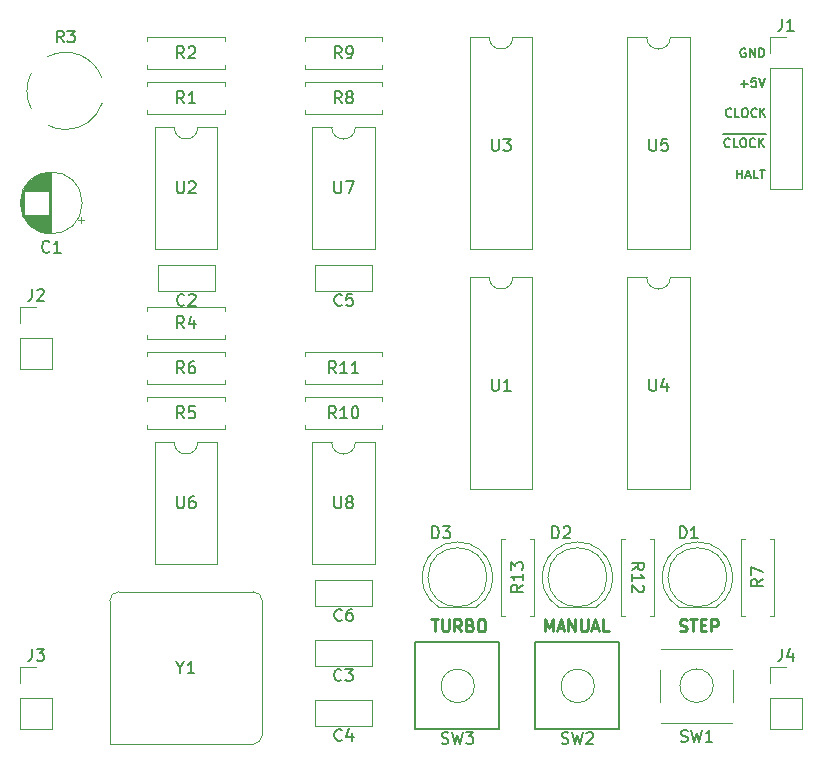
<source format=gto>
G04 #@! TF.GenerationSoftware,KiCad,Pcbnew,5.0.2+dfsg1-1*
G04 #@! TF.CreationDate,2019-08-08T16:48:36+02:00*
G04 #@! TF.ProjectId,Clock,436c6f63-6b2e-46b6-9963-61645f706362,rev?*
G04 #@! TF.SameCoordinates,Original*
G04 #@! TF.FileFunction,Legend,Top*
G04 #@! TF.FilePolarity,Positive*
%FSLAX46Y46*%
G04 Gerber Fmt 4.6, Leading zero omitted, Abs format (unit mm)*
G04 Created by KiCad (PCBNEW 5.0.2+dfsg1-1) date do 08 aug 2019 16:48:36 CEST*
%MOMM*%
%LPD*%
G01*
G04 APERTURE LIST*
%ADD10C,0.250000*%
%ADD11C,0.150000*%
%ADD12C,0.120000*%
G04 APERTURE END LIST*
D10*
X92614952Y-73048761D02*
X92757809Y-73096380D01*
X92995904Y-73096380D01*
X93091142Y-73048761D01*
X93138761Y-73001142D01*
X93186380Y-72905904D01*
X93186380Y-72810666D01*
X93138761Y-72715428D01*
X93091142Y-72667809D01*
X92995904Y-72620190D01*
X92805428Y-72572571D01*
X92710190Y-72524952D01*
X92662571Y-72477333D01*
X92614952Y-72382095D01*
X92614952Y-72286857D01*
X92662571Y-72191619D01*
X92710190Y-72144000D01*
X92805428Y-72096380D01*
X93043523Y-72096380D01*
X93186380Y-72144000D01*
X93472095Y-72096380D02*
X94043523Y-72096380D01*
X93757809Y-73096380D02*
X93757809Y-72096380D01*
X94376857Y-72572571D02*
X94710190Y-72572571D01*
X94853047Y-73096380D02*
X94376857Y-73096380D01*
X94376857Y-72096380D01*
X94853047Y-72096380D01*
X95281619Y-73096380D02*
X95281619Y-72096380D01*
X95662571Y-72096380D01*
X95757809Y-72144000D01*
X95805428Y-72191619D01*
X95853047Y-72286857D01*
X95853047Y-72429714D01*
X95805428Y-72524952D01*
X95757809Y-72572571D01*
X95662571Y-72620190D01*
X95281619Y-72620190D01*
X81177142Y-73096380D02*
X81177142Y-72096380D01*
X81510476Y-72810666D01*
X81843809Y-72096380D01*
X81843809Y-73096380D01*
X82272380Y-72810666D02*
X82748571Y-72810666D01*
X82177142Y-73096380D02*
X82510476Y-72096380D01*
X82843809Y-73096380D01*
X83177142Y-73096380D02*
X83177142Y-72096380D01*
X83748571Y-73096380D01*
X83748571Y-72096380D01*
X84224761Y-72096380D02*
X84224761Y-72905904D01*
X84272380Y-73001142D01*
X84320000Y-73048761D01*
X84415238Y-73096380D01*
X84605714Y-73096380D01*
X84700952Y-73048761D01*
X84748571Y-73001142D01*
X84796190Y-72905904D01*
X84796190Y-72096380D01*
X85224761Y-72810666D02*
X85700952Y-72810666D01*
X85129523Y-73096380D02*
X85462857Y-72096380D01*
X85796190Y-73096380D01*
X86605714Y-73096380D02*
X86129523Y-73096380D01*
X86129523Y-72096380D01*
X71580666Y-72096380D02*
X72152095Y-72096380D01*
X71866380Y-73096380D02*
X71866380Y-72096380D01*
X72485428Y-72096380D02*
X72485428Y-72905904D01*
X72533047Y-73001142D01*
X72580666Y-73048761D01*
X72675904Y-73096380D01*
X72866380Y-73096380D01*
X72961619Y-73048761D01*
X73009238Y-73001142D01*
X73056857Y-72905904D01*
X73056857Y-72096380D01*
X74104476Y-73096380D02*
X73771142Y-72620190D01*
X73533047Y-73096380D02*
X73533047Y-72096380D01*
X73914000Y-72096380D01*
X74009238Y-72144000D01*
X74056857Y-72191619D01*
X74104476Y-72286857D01*
X74104476Y-72429714D01*
X74056857Y-72524952D01*
X74009238Y-72572571D01*
X73914000Y-72620190D01*
X73533047Y-72620190D01*
X74866380Y-72572571D02*
X75009238Y-72620190D01*
X75056857Y-72667809D01*
X75104476Y-72763047D01*
X75104476Y-72905904D01*
X75056857Y-73001142D01*
X75009238Y-73048761D01*
X74914000Y-73096380D01*
X74533047Y-73096380D01*
X74533047Y-72096380D01*
X74866380Y-72096380D01*
X74961619Y-72144000D01*
X75009238Y-72191619D01*
X75056857Y-72286857D01*
X75056857Y-72382095D01*
X75009238Y-72477333D01*
X74961619Y-72524952D01*
X74866380Y-72572571D01*
X74533047Y-72572571D01*
X75723523Y-72096380D02*
X75914000Y-72096380D01*
X76009238Y-72144000D01*
X76104476Y-72239238D01*
X76152095Y-72429714D01*
X76152095Y-72763047D01*
X76104476Y-72953523D01*
X76009238Y-73048761D01*
X75914000Y-73096380D01*
X75723523Y-73096380D01*
X75628285Y-73048761D01*
X75533047Y-72953523D01*
X75485428Y-72763047D01*
X75485428Y-72429714D01*
X75533047Y-72239238D01*
X75628285Y-72144000D01*
X75723523Y-72096380D01*
D11*
X96236500Y-31015000D02*
X96986500Y-31015000D01*
X96843642Y-32017857D02*
X96807928Y-32053571D01*
X96700785Y-32089285D01*
X96629357Y-32089285D01*
X96522214Y-32053571D01*
X96450785Y-31982142D01*
X96415071Y-31910714D01*
X96379357Y-31767857D01*
X96379357Y-31660714D01*
X96415071Y-31517857D01*
X96450785Y-31446428D01*
X96522214Y-31375000D01*
X96629357Y-31339285D01*
X96700785Y-31339285D01*
X96807928Y-31375000D01*
X96843642Y-31410714D01*
X96986500Y-31015000D02*
X97593642Y-31015000D01*
X97522214Y-32089285D02*
X97165071Y-32089285D01*
X97165071Y-31339285D01*
X97593642Y-31015000D02*
X98379357Y-31015000D01*
X97915071Y-31339285D02*
X98057928Y-31339285D01*
X98129357Y-31375000D01*
X98200785Y-31446428D01*
X98236500Y-31589285D01*
X98236500Y-31839285D01*
X98200785Y-31982142D01*
X98129357Y-32053571D01*
X98057928Y-32089285D01*
X97915071Y-32089285D01*
X97843642Y-32053571D01*
X97772214Y-31982142D01*
X97736500Y-31839285D01*
X97736500Y-31589285D01*
X97772214Y-31446428D01*
X97843642Y-31375000D01*
X97915071Y-31339285D01*
X98379357Y-31015000D02*
X99129357Y-31015000D01*
X98986500Y-32017857D02*
X98950785Y-32053571D01*
X98843642Y-32089285D01*
X98772214Y-32089285D01*
X98665071Y-32053571D01*
X98593642Y-31982142D01*
X98557928Y-31910714D01*
X98522214Y-31767857D01*
X98522214Y-31660714D01*
X98557928Y-31517857D01*
X98593642Y-31446428D01*
X98665071Y-31375000D01*
X98772214Y-31339285D01*
X98843642Y-31339285D01*
X98950785Y-31375000D01*
X98986500Y-31410714D01*
X99129357Y-31015000D02*
X99879357Y-31015000D01*
X99307928Y-32089285D02*
X99307928Y-31339285D01*
X99736500Y-32089285D02*
X99415071Y-31660714D01*
X99736500Y-31339285D02*
X99307928Y-31767857D01*
X96970642Y-29477857D02*
X96934928Y-29513571D01*
X96827785Y-29549285D01*
X96756357Y-29549285D01*
X96649214Y-29513571D01*
X96577785Y-29442142D01*
X96542071Y-29370714D01*
X96506357Y-29227857D01*
X96506357Y-29120714D01*
X96542071Y-28977857D01*
X96577785Y-28906428D01*
X96649214Y-28835000D01*
X96756357Y-28799285D01*
X96827785Y-28799285D01*
X96934928Y-28835000D01*
X96970642Y-28870714D01*
X97649214Y-29549285D02*
X97292071Y-29549285D01*
X97292071Y-28799285D01*
X98042071Y-28799285D02*
X98184928Y-28799285D01*
X98256357Y-28835000D01*
X98327785Y-28906428D01*
X98363500Y-29049285D01*
X98363500Y-29299285D01*
X98327785Y-29442142D01*
X98256357Y-29513571D01*
X98184928Y-29549285D01*
X98042071Y-29549285D01*
X97970642Y-29513571D01*
X97899214Y-29442142D01*
X97863500Y-29299285D01*
X97863500Y-29049285D01*
X97899214Y-28906428D01*
X97970642Y-28835000D01*
X98042071Y-28799285D01*
X99113500Y-29477857D02*
X99077785Y-29513571D01*
X98970642Y-29549285D01*
X98899214Y-29549285D01*
X98792071Y-29513571D01*
X98720642Y-29442142D01*
X98684928Y-29370714D01*
X98649214Y-29227857D01*
X98649214Y-29120714D01*
X98684928Y-28977857D01*
X98720642Y-28906428D01*
X98792071Y-28835000D01*
X98899214Y-28799285D01*
X98970642Y-28799285D01*
X99077785Y-28835000D01*
X99113500Y-28870714D01*
X99434928Y-29549285D02*
X99434928Y-28799285D01*
X99863500Y-29549285D02*
X99542071Y-29120714D01*
X99863500Y-28799285D02*
X99434928Y-29227857D01*
X97431071Y-34756285D02*
X97431071Y-34006285D01*
X97431071Y-34363428D02*
X97859642Y-34363428D01*
X97859642Y-34756285D02*
X97859642Y-34006285D01*
X98181071Y-34542000D02*
X98538214Y-34542000D01*
X98109642Y-34756285D02*
X98359642Y-34006285D01*
X98609642Y-34756285D01*
X99216785Y-34756285D02*
X98859642Y-34756285D01*
X98859642Y-34006285D01*
X99359642Y-34006285D02*
X99788214Y-34006285D01*
X99573928Y-34756285D02*
X99573928Y-34006285D01*
X97772214Y-26723571D02*
X98343643Y-26723571D01*
X98057928Y-27009285D02*
X98057928Y-26437857D01*
X99057928Y-26259285D02*
X98700785Y-26259285D01*
X98665071Y-26616428D01*
X98700785Y-26580714D01*
X98772214Y-26545000D01*
X98950785Y-26545000D01*
X99022214Y-26580714D01*
X99057928Y-26616428D01*
X99093643Y-26687857D01*
X99093643Y-26866428D01*
X99057928Y-26937857D01*
X99022214Y-26973571D01*
X98950785Y-27009285D01*
X98772214Y-27009285D01*
X98700785Y-26973571D01*
X98665071Y-26937857D01*
X99307928Y-26259285D02*
X99557928Y-27009285D01*
X99807928Y-26259285D01*
X98165071Y-23755000D02*
X98093643Y-23719285D01*
X97986500Y-23719285D01*
X97879357Y-23755000D01*
X97807928Y-23826428D01*
X97772214Y-23897857D01*
X97736500Y-24040714D01*
X97736500Y-24147857D01*
X97772214Y-24290714D01*
X97807928Y-24362142D01*
X97879357Y-24433571D01*
X97986500Y-24469285D01*
X98057928Y-24469285D01*
X98165071Y-24433571D01*
X98200785Y-24397857D01*
X98200785Y-24147857D01*
X98057928Y-24147857D01*
X98522214Y-24469285D02*
X98522214Y-23719285D01*
X98950785Y-24469285D01*
X98950785Y-23719285D01*
X99307928Y-24469285D02*
X99307928Y-23719285D01*
X99486500Y-23719285D01*
X99593643Y-23755000D01*
X99665071Y-23826428D01*
X99700785Y-23897857D01*
X99736500Y-24040714D01*
X99736500Y-24147857D01*
X99700785Y-24290714D01*
X99665071Y-24362142D01*
X99593643Y-24433571D01*
X99486500Y-24469285D01*
X99307928Y-24469285D01*
D12*
G04 #@! TO.C,SW1*
X90907400Y-79042400D02*
X90907400Y-76362400D01*
X97147400Y-76362400D02*
X97147400Y-79042400D01*
X96997400Y-80822400D02*
X91057400Y-80822400D01*
X96997400Y-74582400D02*
X91057400Y-74582400D01*
X95441614Y-77702400D02*
G75*
G03X95441614Y-77702400I-1414214J0D01*
G01*
D11*
G04 #@! TO.C,SW2*
X87503000Y-74041000D02*
X87503000Y-81407000D01*
X80391000Y-74041000D02*
X87503000Y-74041000D01*
X80391000Y-81407000D02*
X80391000Y-74041000D01*
X87503000Y-81407000D02*
X80391000Y-81407000D01*
D12*
X85378427Y-77724000D02*
G75*
G03X85378427Y-77724000I-1414214J0D01*
G01*
D11*
G04 #@! TO.C,SW3*
X77343000Y-74041000D02*
X77343000Y-81407000D01*
X70231000Y-74041000D02*
X77343000Y-74041000D01*
X70231000Y-81407000D02*
X70231000Y-74041000D01*
X77343000Y-81407000D02*
X70231000Y-81407000D01*
D12*
X75218427Y-77724000D02*
G75*
G03X75218427Y-77724000I-1414214J0D01*
G01*
G04 #@! TO.C,R3*
X40656863Y-30615075D02*
G75*
G02X39115000Y-30259000I-56863J3270075D01*
G01*
X37686613Y-28830202D02*
G75*
G02X37686000Y-25861000I2913387J1485202D01*
G01*
X39116032Y-24431171D02*
G75*
G02X43692000Y-26281000I1483968J-2913829D01*
G01*
X43691846Y-28409608D02*
G75*
G02X40600000Y-30615000I-3091846J1064608D01*
G01*
G04 #@! TO.C,J3*
X36770000Y-76140000D02*
X38100000Y-76140000D01*
X36770000Y-77470000D02*
X36770000Y-76140000D01*
X36770000Y-78740000D02*
X39430000Y-78740000D01*
X39430000Y-78740000D02*
X39430000Y-81340000D01*
X36770000Y-78740000D02*
X36770000Y-81340000D01*
X36770000Y-81340000D02*
X39430000Y-81340000D01*
G04 #@! TO.C,J2*
X36770000Y-45660000D02*
X38100000Y-45660000D01*
X36770000Y-46990000D02*
X36770000Y-45660000D01*
X36770000Y-48260000D02*
X39430000Y-48260000D01*
X39430000Y-48260000D02*
X39430000Y-50860000D01*
X36770000Y-48260000D02*
X36770000Y-50860000D01*
X36770000Y-50860000D02*
X39430000Y-50860000D01*
G04 #@! TO.C,J4*
X100270000Y-76140000D02*
X101600000Y-76140000D01*
X100270000Y-77470000D02*
X100270000Y-76140000D01*
X100270000Y-78740000D02*
X102930000Y-78740000D01*
X102930000Y-78740000D02*
X102930000Y-81340000D01*
X100270000Y-78740000D02*
X100270000Y-81340000D01*
X100270000Y-81340000D02*
X102930000Y-81340000D01*
G04 #@! TO.C,U3*
X80120000Y-22800000D02*
X78470000Y-22800000D01*
X80120000Y-40700000D02*
X80120000Y-22800000D01*
X74820000Y-40700000D02*
X80120000Y-40700000D01*
X74820000Y-22800000D02*
X74820000Y-40700000D01*
X76470000Y-22800000D02*
X74820000Y-22800000D01*
X78470000Y-22800000D02*
G75*
G02X76470000Y-22800000I-1000000J0D01*
G01*
G04 #@! TO.C,R8*
X67405000Y-29310000D02*
X67405000Y-28980000D01*
X60865000Y-29310000D02*
X67405000Y-29310000D01*
X60865000Y-28980000D02*
X60865000Y-29310000D01*
X67405000Y-26570000D02*
X67405000Y-26900000D01*
X60865000Y-26570000D02*
X67405000Y-26570000D01*
X60865000Y-26900000D02*
X60865000Y-26570000D01*
G04 #@! TO.C,U2*
X53450000Y-30420000D02*
X51800000Y-30420000D01*
X53450000Y-40700000D02*
X53450000Y-30420000D01*
X48150000Y-40700000D02*
X53450000Y-40700000D01*
X48150000Y-30420000D02*
X48150000Y-40700000D01*
X49800000Y-30420000D02*
X48150000Y-30420000D01*
X51800000Y-30420000D02*
G75*
G02X49800000Y-30420000I-1000000J0D01*
G01*
G04 #@! TO.C,D3*
X72237400Y-71082400D02*
X75327400Y-71082400D01*
X76282400Y-68522400D02*
G75*
G03X76282400Y-68522400I-2500000J0D01*
G01*
X73781938Y-65532400D02*
G75*
G02X75327230Y-71082400I462J-2990000D01*
G01*
X73782862Y-65532400D02*
G75*
G03X72237570Y-71082400I-462J-2990000D01*
G01*
G04 #@! TO.C,R13*
X80232400Y-65252400D02*
X79902400Y-65252400D01*
X80232400Y-71792400D02*
X80232400Y-65252400D01*
X79902400Y-71792400D02*
X80232400Y-71792400D01*
X77492400Y-65252400D02*
X77822400Y-65252400D01*
X77492400Y-71792400D02*
X77492400Y-65252400D01*
X77822400Y-71792400D02*
X77492400Y-71792400D01*
G04 #@! TO.C,R12*
X90392400Y-65252400D02*
X90062400Y-65252400D01*
X90392400Y-71792400D02*
X90392400Y-65252400D01*
X90062400Y-71792400D02*
X90392400Y-71792400D01*
X87652400Y-65252400D02*
X87982400Y-65252400D01*
X87652400Y-71792400D02*
X87652400Y-65252400D01*
X87982400Y-71792400D02*
X87652400Y-71792400D01*
G04 #@! TO.C,R11*
X67405000Y-52170000D02*
X67405000Y-51840000D01*
X60865000Y-52170000D02*
X67405000Y-52170000D01*
X60865000Y-51840000D02*
X60865000Y-52170000D01*
X67405000Y-49430000D02*
X67405000Y-49760000D01*
X60865000Y-49430000D02*
X67405000Y-49430000D01*
X60865000Y-49760000D02*
X60865000Y-49430000D01*
G04 #@! TO.C,R10*
X67405000Y-55980000D02*
X67405000Y-55650000D01*
X60865000Y-55980000D02*
X67405000Y-55980000D01*
X60865000Y-55650000D02*
X60865000Y-55980000D01*
X67405000Y-53240000D02*
X67405000Y-53570000D01*
X60865000Y-53240000D02*
X67405000Y-53240000D01*
X60865000Y-53570000D02*
X60865000Y-53240000D01*
G04 #@! TO.C,R9*
X67405000Y-25500000D02*
X67405000Y-25170000D01*
X60865000Y-25500000D02*
X67405000Y-25500000D01*
X60865000Y-25170000D02*
X60865000Y-25500000D01*
X67405000Y-22760000D02*
X67405000Y-23090000D01*
X60865000Y-22760000D02*
X67405000Y-22760000D01*
X60865000Y-23090000D02*
X60865000Y-22760000D01*
G04 #@! TO.C,R7*
X100552400Y-65252400D02*
X100222400Y-65252400D01*
X100552400Y-71792400D02*
X100552400Y-65252400D01*
X100222400Y-71792400D02*
X100552400Y-71792400D01*
X97812400Y-65252400D02*
X98142400Y-65252400D01*
X97812400Y-71792400D02*
X97812400Y-65252400D01*
X98142400Y-71792400D02*
X97812400Y-71792400D01*
G04 #@! TO.C,R6*
X47530000Y-49430000D02*
X47530000Y-49760000D01*
X54070000Y-49430000D02*
X47530000Y-49430000D01*
X54070000Y-49760000D02*
X54070000Y-49430000D01*
X47530000Y-52170000D02*
X47530000Y-51840000D01*
X54070000Y-52170000D02*
X47530000Y-52170000D01*
X54070000Y-51840000D02*
X54070000Y-52170000D01*
G04 #@! TO.C,R1*
X54070000Y-29310000D02*
X54070000Y-28980000D01*
X47530000Y-29310000D02*
X54070000Y-29310000D01*
X47530000Y-28980000D02*
X47530000Y-29310000D01*
X54070000Y-26570000D02*
X54070000Y-26900000D01*
X47530000Y-26570000D02*
X54070000Y-26570000D01*
X47530000Y-26900000D02*
X47530000Y-26570000D01*
G04 #@! TO.C,R2*
X54070000Y-25500000D02*
X54070000Y-25170000D01*
X47530000Y-25500000D02*
X54070000Y-25500000D01*
X47530000Y-25170000D02*
X47530000Y-25500000D01*
X54070000Y-22760000D02*
X54070000Y-23090000D01*
X47530000Y-22760000D02*
X54070000Y-22760000D01*
X47530000Y-23090000D02*
X47530000Y-22760000D01*
G04 #@! TO.C,R4*
X47530000Y-45620000D02*
X47530000Y-45950000D01*
X54070000Y-45620000D02*
X47530000Y-45620000D01*
X54070000Y-45950000D02*
X54070000Y-45620000D01*
X47530000Y-48360000D02*
X47530000Y-48030000D01*
X54070000Y-48360000D02*
X47530000Y-48360000D01*
X54070000Y-48030000D02*
X54070000Y-48360000D01*
G04 #@! TO.C,R5*
X54070000Y-55980000D02*
X54070000Y-55650000D01*
X47530000Y-55980000D02*
X54070000Y-55980000D01*
X47530000Y-55650000D02*
X47530000Y-55980000D01*
X54070000Y-53240000D02*
X54070000Y-53570000D01*
X47530000Y-53240000D02*
X54070000Y-53240000D01*
X47530000Y-53570000D02*
X47530000Y-53240000D01*
G04 #@! TO.C,C2*
X48400000Y-44300000D02*
X48400000Y-42060000D01*
X53240000Y-44300000D02*
X53240000Y-42060000D01*
X53240000Y-42060000D02*
X48400000Y-42060000D01*
X53240000Y-44300000D02*
X48400000Y-44300000D01*
G04 #@! TO.C,C5*
X61735000Y-44300000D02*
X61735000Y-42060000D01*
X66575000Y-44300000D02*
X66575000Y-42060000D01*
X66575000Y-42060000D02*
X61735000Y-42060000D01*
X66575000Y-44300000D02*
X61735000Y-44300000D01*
G04 #@! TO.C,C4*
X61735000Y-81130000D02*
X61735000Y-78890000D01*
X66575000Y-81130000D02*
X66575000Y-78890000D01*
X66575000Y-78890000D02*
X61735000Y-78890000D01*
X66575000Y-81130000D02*
X61735000Y-81130000D01*
G04 #@! TO.C,C3*
X66535000Y-73810000D02*
X66535000Y-76050000D01*
X61695000Y-73810000D02*
X61695000Y-76050000D01*
X61695000Y-76050000D02*
X66535000Y-76050000D01*
X61695000Y-73810000D02*
X66535000Y-73810000D01*
G04 #@! TO.C,C6*
X61735000Y-70970000D02*
X61735000Y-68730000D01*
X66575000Y-70970000D02*
X66575000Y-68730000D01*
X66575000Y-68730000D02*
X61735000Y-68730000D01*
X66575000Y-70970000D02*
X61735000Y-70970000D01*
G04 #@! TO.C,U6*
X53450000Y-57090000D02*
X51800000Y-57090000D01*
X53450000Y-67370000D02*
X53450000Y-57090000D01*
X48150000Y-67370000D02*
X53450000Y-67370000D01*
X48150000Y-57090000D02*
X48150000Y-67370000D01*
X49800000Y-57090000D02*
X48150000Y-57090000D01*
X51800000Y-57090000D02*
G75*
G02X49800000Y-57090000I-1000000J0D01*
G01*
G04 #@! TO.C,Y1*
X45100000Y-69750000D02*
G75*
G03X44350000Y-70500000I0J-750000D01*
G01*
X57250000Y-70500000D02*
G75*
G03X56500000Y-69750000I-750000J0D01*
G01*
X56500000Y-82650000D02*
G75*
G03X57250000Y-81900000I0J750000D01*
G01*
X44350000Y-82650000D02*
X56500000Y-82650000D01*
X57250000Y-81900000D02*
X57250000Y-70500000D01*
X56500000Y-69750000D02*
X45100000Y-69750000D01*
X44350000Y-70500000D02*
X44350000Y-82650000D01*
G04 #@! TO.C,C1*
X41944775Y-38555000D02*
X41944775Y-38055000D01*
X42194775Y-38305000D02*
X41694775Y-38305000D01*
X36789000Y-37114000D02*
X36789000Y-36546000D01*
X36829000Y-37348000D02*
X36829000Y-36312000D01*
X36869000Y-37507000D02*
X36869000Y-36153000D01*
X36909000Y-37635000D02*
X36909000Y-36025000D01*
X36949000Y-37745000D02*
X36949000Y-35915000D01*
X36989000Y-37841000D02*
X36989000Y-35819000D01*
X37029000Y-37928000D02*
X37029000Y-35732000D01*
X37069000Y-38008000D02*
X37069000Y-35652000D01*
X37109000Y-35790000D02*
X37109000Y-35579000D01*
X37109000Y-38081000D02*
X37109000Y-37870000D01*
X37149000Y-35790000D02*
X37149000Y-35511000D01*
X37149000Y-38149000D02*
X37149000Y-37870000D01*
X37189000Y-35790000D02*
X37189000Y-35447000D01*
X37189000Y-38213000D02*
X37189000Y-37870000D01*
X37229000Y-35790000D02*
X37229000Y-35387000D01*
X37229000Y-38273000D02*
X37229000Y-37870000D01*
X37269000Y-35790000D02*
X37269000Y-35330000D01*
X37269000Y-38330000D02*
X37269000Y-37870000D01*
X37309000Y-35790000D02*
X37309000Y-35276000D01*
X37309000Y-38384000D02*
X37309000Y-37870000D01*
X37349000Y-35790000D02*
X37349000Y-35225000D01*
X37349000Y-38435000D02*
X37349000Y-37870000D01*
X37389000Y-35790000D02*
X37389000Y-35177000D01*
X37389000Y-38483000D02*
X37389000Y-37870000D01*
X37429000Y-35790000D02*
X37429000Y-35131000D01*
X37429000Y-38529000D02*
X37429000Y-37870000D01*
X37469000Y-35790000D02*
X37469000Y-35087000D01*
X37469000Y-38573000D02*
X37469000Y-37870000D01*
X37509000Y-35790000D02*
X37509000Y-35045000D01*
X37509000Y-38615000D02*
X37509000Y-37870000D01*
X37549000Y-35790000D02*
X37549000Y-35004000D01*
X37549000Y-38656000D02*
X37549000Y-37870000D01*
X37589000Y-35790000D02*
X37589000Y-34966000D01*
X37589000Y-38694000D02*
X37589000Y-37870000D01*
X37629000Y-35790000D02*
X37629000Y-34929000D01*
X37629000Y-38731000D02*
X37629000Y-37870000D01*
X37669000Y-35790000D02*
X37669000Y-34893000D01*
X37669000Y-38767000D02*
X37669000Y-37870000D01*
X37709000Y-35790000D02*
X37709000Y-34859000D01*
X37709000Y-38801000D02*
X37709000Y-37870000D01*
X37749000Y-35790000D02*
X37749000Y-34826000D01*
X37749000Y-38834000D02*
X37749000Y-37870000D01*
X37789000Y-35790000D02*
X37789000Y-34795000D01*
X37789000Y-38865000D02*
X37789000Y-37870000D01*
X37829000Y-35790000D02*
X37829000Y-34765000D01*
X37829000Y-38895000D02*
X37829000Y-37870000D01*
X37869000Y-35790000D02*
X37869000Y-34735000D01*
X37869000Y-38925000D02*
X37869000Y-37870000D01*
X37909000Y-35790000D02*
X37909000Y-34708000D01*
X37909000Y-38952000D02*
X37909000Y-37870000D01*
X37949000Y-35790000D02*
X37949000Y-34681000D01*
X37949000Y-38979000D02*
X37949000Y-37870000D01*
X37989000Y-35790000D02*
X37989000Y-34655000D01*
X37989000Y-39005000D02*
X37989000Y-37870000D01*
X38029000Y-35790000D02*
X38029000Y-34630000D01*
X38029000Y-39030000D02*
X38029000Y-37870000D01*
X38069000Y-35790000D02*
X38069000Y-34606000D01*
X38069000Y-39054000D02*
X38069000Y-37870000D01*
X38109000Y-35790000D02*
X38109000Y-34583000D01*
X38109000Y-39077000D02*
X38109000Y-37870000D01*
X38149000Y-35790000D02*
X38149000Y-34562000D01*
X38149000Y-39098000D02*
X38149000Y-37870000D01*
X38189000Y-35790000D02*
X38189000Y-34540000D01*
X38189000Y-39120000D02*
X38189000Y-37870000D01*
X38229000Y-35790000D02*
X38229000Y-34520000D01*
X38229000Y-39140000D02*
X38229000Y-37870000D01*
X38269000Y-35790000D02*
X38269000Y-34501000D01*
X38269000Y-39159000D02*
X38269000Y-37870000D01*
X38309000Y-35790000D02*
X38309000Y-34482000D01*
X38309000Y-39178000D02*
X38309000Y-37870000D01*
X38349000Y-35790000D02*
X38349000Y-34465000D01*
X38349000Y-39195000D02*
X38349000Y-37870000D01*
X38389000Y-35790000D02*
X38389000Y-34448000D01*
X38389000Y-39212000D02*
X38389000Y-37870000D01*
X38429000Y-35790000D02*
X38429000Y-34432000D01*
X38429000Y-39228000D02*
X38429000Y-37870000D01*
X38469000Y-35790000D02*
X38469000Y-34416000D01*
X38469000Y-39244000D02*
X38469000Y-37870000D01*
X38509000Y-35790000D02*
X38509000Y-34402000D01*
X38509000Y-39258000D02*
X38509000Y-37870000D01*
X38549000Y-35790000D02*
X38549000Y-34388000D01*
X38549000Y-39272000D02*
X38549000Y-37870000D01*
X38589000Y-35790000D02*
X38589000Y-34375000D01*
X38589000Y-39285000D02*
X38589000Y-37870000D01*
X38629000Y-35790000D02*
X38629000Y-34362000D01*
X38629000Y-39298000D02*
X38629000Y-37870000D01*
X38669000Y-35790000D02*
X38669000Y-34350000D01*
X38669000Y-39310000D02*
X38669000Y-37870000D01*
X38710000Y-35790000D02*
X38710000Y-34339000D01*
X38710000Y-39321000D02*
X38710000Y-37870000D01*
X38750000Y-35790000D02*
X38750000Y-34329000D01*
X38750000Y-39331000D02*
X38750000Y-37870000D01*
X38790000Y-35790000D02*
X38790000Y-34319000D01*
X38790000Y-39341000D02*
X38790000Y-37870000D01*
X38830000Y-35790000D02*
X38830000Y-34310000D01*
X38830000Y-39350000D02*
X38830000Y-37870000D01*
X38870000Y-35790000D02*
X38870000Y-34302000D01*
X38870000Y-39358000D02*
X38870000Y-37870000D01*
X38910000Y-35790000D02*
X38910000Y-34294000D01*
X38910000Y-39366000D02*
X38910000Y-37870000D01*
X38950000Y-35790000D02*
X38950000Y-34287000D01*
X38950000Y-39373000D02*
X38950000Y-37870000D01*
X38990000Y-35790000D02*
X38990000Y-34280000D01*
X38990000Y-39380000D02*
X38990000Y-37870000D01*
X39030000Y-35790000D02*
X39030000Y-34274000D01*
X39030000Y-39386000D02*
X39030000Y-37870000D01*
X39070000Y-35790000D02*
X39070000Y-34269000D01*
X39070000Y-39391000D02*
X39070000Y-37870000D01*
X39110000Y-35790000D02*
X39110000Y-34265000D01*
X39110000Y-39395000D02*
X39110000Y-37870000D01*
X39150000Y-35790000D02*
X39150000Y-34261000D01*
X39150000Y-39399000D02*
X39150000Y-37870000D01*
X39190000Y-39403000D02*
X39190000Y-34257000D01*
X39230000Y-39406000D02*
X39230000Y-34254000D01*
X39270000Y-39408000D02*
X39270000Y-34252000D01*
X39310000Y-39409000D02*
X39310000Y-34251000D01*
X39350000Y-39410000D02*
X39350000Y-34250000D01*
X39390000Y-39410000D02*
X39390000Y-34250000D01*
X42010000Y-36830000D02*
G75*
G03X42010000Y-36830000I-2620000J0D01*
G01*
G04 #@! TO.C,J1*
X100270000Y-22800000D02*
X101600000Y-22800000D01*
X100270000Y-24130000D02*
X100270000Y-22800000D01*
X100270000Y-25400000D02*
X102930000Y-25400000D01*
X102930000Y-25400000D02*
X102930000Y-35620000D01*
X100270000Y-25400000D02*
X100270000Y-35620000D01*
X100270000Y-35620000D02*
X102930000Y-35620000D01*
G04 #@! TO.C,D1*
X92557400Y-71082400D02*
X95647400Y-71082400D01*
X96602400Y-68522400D02*
G75*
G03X96602400Y-68522400I-2500000J0D01*
G01*
X94101938Y-65532400D02*
G75*
G02X95647230Y-71082400I462J-2990000D01*
G01*
X94102862Y-65532400D02*
G75*
G03X92557570Y-71082400I-462J-2990000D01*
G01*
G04 #@! TO.C,D2*
X82397400Y-71082400D02*
X85487400Y-71082400D01*
X86442400Y-68522400D02*
G75*
G03X86442400Y-68522400I-2500000J0D01*
G01*
X83941938Y-65532400D02*
G75*
G02X85487230Y-71082400I462J-2990000D01*
G01*
X83942862Y-65532400D02*
G75*
G03X82397570Y-71082400I-462J-2990000D01*
G01*
G04 #@! TO.C,U5*
X93455000Y-22800000D02*
X91805000Y-22800000D01*
X93455000Y-40700000D02*
X93455000Y-22800000D01*
X88155000Y-40700000D02*
X93455000Y-40700000D01*
X88155000Y-22800000D02*
X88155000Y-40700000D01*
X89805000Y-22800000D02*
X88155000Y-22800000D01*
X91805000Y-22800000D02*
G75*
G02X89805000Y-22800000I-1000000J0D01*
G01*
G04 #@! TO.C,U1*
X80120000Y-43120000D02*
X78470000Y-43120000D01*
X80120000Y-61020000D02*
X80120000Y-43120000D01*
X74820000Y-61020000D02*
X80120000Y-61020000D01*
X74820000Y-43120000D02*
X74820000Y-61020000D01*
X76470000Y-43120000D02*
X74820000Y-43120000D01*
X78470000Y-43120000D02*
G75*
G02X76470000Y-43120000I-1000000J0D01*
G01*
G04 #@! TO.C,U4*
X93455000Y-43120000D02*
X91805000Y-43120000D01*
X93455000Y-61020000D02*
X93455000Y-43120000D01*
X88155000Y-61020000D02*
X93455000Y-61020000D01*
X88155000Y-43120000D02*
X88155000Y-61020000D01*
X89805000Y-43120000D02*
X88155000Y-43120000D01*
X91805000Y-43120000D02*
G75*
G02X89805000Y-43120000I-1000000J0D01*
G01*
G04 #@! TO.C,U7*
X66785000Y-30420000D02*
X65135000Y-30420000D01*
X66785000Y-40700000D02*
X66785000Y-30420000D01*
X61485000Y-40700000D02*
X66785000Y-40700000D01*
X61485000Y-30420000D02*
X61485000Y-40700000D01*
X63135000Y-30420000D02*
X61485000Y-30420000D01*
X65135000Y-30420000D02*
G75*
G02X63135000Y-30420000I-1000000J0D01*
G01*
G04 #@! TO.C,U8*
X66785000Y-57090000D02*
X65135000Y-57090000D01*
X66785000Y-67370000D02*
X66785000Y-57090000D01*
X61485000Y-67370000D02*
X66785000Y-67370000D01*
X61485000Y-57090000D02*
X61485000Y-67370000D01*
X63135000Y-57090000D02*
X61485000Y-57090000D01*
X65135000Y-57090000D02*
G75*
G02X63135000Y-57090000I-1000000J0D01*
G01*
G04 #@! TO.C,SW1*
D11*
X92694066Y-82407161D02*
X92836923Y-82454780D01*
X93075019Y-82454780D01*
X93170257Y-82407161D01*
X93217876Y-82359542D01*
X93265495Y-82264304D01*
X93265495Y-82169066D01*
X93217876Y-82073828D01*
X93170257Y-82026209D01*
X93075019Y-81978590D01*
X92884542Y-81930971D01*
X92789304Y-81883352D01*
X92741685Y-81835733D01*
X92694066Y-81740495D01*
X92694066Y-81645257D01*
X92741685Y-81550019D01*
X92789304Y-81502400D01*
X92884542Y-81454780D01*
X93122638Y-81454780D01*
X93265495Y-81502400D01*
X93598828Y-81454780D02*
X93836923Y-82454780D01*
X94027400Y-81740495D01*
X94217876Y-82454780D01*
X94455971Y-81454780D01*
X95360733Y-82454780D02*
X94789304Y-82454780D01*
X95075019Y-82454780D02*
X95075019Y-81454780D01*
X94979780Y-81597638D01*
X94884542Y-81692876D01*
X94789304Y-81740495D01*
G04 #@! TO.C,SW2*
X82613666Y-82573761D02*
X82756523Y-82621380D01*
X82994619Y-82621380D01*
X83089857Y-82573761D01*
X83137476Y-82526142D01*
X83185095Y-82430904D01*
X83185095Y-82335666D01*
X83137476Y-82240428D01*
X83089857Y-82192809D01*
X82994619Y-82145190D01*
X82804142Y-82097571D01*
X82708904Y-82049952D01*
X82661285Y-82002333D01*
X82613666Y-81907095D01*
X82613666Y-81811857D01*
X82661285Y-81716619D01*
X82708904Y-81669000D01*
X82804142Y-81621380D01*
X83042238Y-81621380D01*
X83185095Y-81669000D01*
X83518428Y-81621380D02*
X83756523Y-82621380D01*
X83947000Y-81907095D01*
X84137476Y-82621380D01*
X84375571Y-81621380D01*
X84708904Y-81716619D02*
X84756523Y-81669000D01*
X84851761Y-81621380D01*
X85089857Y-81621380D01*
X85185095Y-81669000D01*
X85232714Y-81716619D01*
X85280333Y-81811857D01*
X85280333Y-81907095D01*
X85232714Y-82049952D01*
X84661285Y-82621380D01*
X85280333Y-82621380D01*
G04 #@! TO.C,SW3*
X72453666Y-82573761D02*
X72596523Y-82621380D01*
X72834619Y-82621380D01*
X72929857Y-82573761D01*
X72977476Y-82526142D01*
X73025095Y-82430904D01*
X73025095Y-82335666D01*
X72977476Y-82240428D01*
X72929857Y-82192809D01*
X72834619Y-82145190D01*
X72644142Y-82097571D01*
X72548904Y-82049952D01*
X72501285Y-82002333D01*
X72453666Y-81907095D01*
X72453666Y-81811857D01*
X72501285Y-81716619D01*
X72548904Y-81669000D01*
X72644142Y-81621380D01*
X72882238Y-81621380D01*
X73025095Y-81669000D01*
X73358428Y-81621380D02*
X73596523Y-82621380D01*
X73787000Y-81907095D01*
X73977476Y-82621380D01*
X74215571Y-81621380D01*
X74501285Y-81621380D02*
X75120333Y-81621380D01*
X74787000Y-82002333D01*
X74929857Y-82002333D01*
X75025095Y-82049952D01*
X75072714Y-82097571D01*
X75120333Y-82192809D01*
X75120333Y-82430904D01*
X75072714Y-82526142D01*
X75025095Y-82573761D01*
X74929857Y-82621380D01*
X74644142Y-82621380D01*
X74548904Y-82573761D01*
X74501285Y-82526142D01*
G04 #@! TO.C,R3*
X40433333Y-23237380D02*
X40100000Y-22761190D01*
X39861904Y-23237380D02*
X39861904Y-22237380D01*
X40242857Y-22237380D01*
X40338095Y-22285000D01*
X40385714Y-22332619D01*
X40433333Y-22427857D01*
X40433333Y-22570714D01*
X40385714Y-22665952D01*
X40338095Y-22713571D01*
X40242857Y-22761190D01*
X39861904Y-22761190D01*
X40766666Y-22237380D02*
X41385714Y-22237380D01*
X41052380Y-22618333D01*
X41195238Y-22618333D01*
X41290476Y-22665952D01*
X41338095Y-22713571D01*
X41385714Y-22808809D01*
X41385714Y-23046904D01*
X41338095Y-23142142D01*
X41290476Y-23189761D01*
X41195238Y-23237380D01*
X40909523Y-23237380D01*
X40814285Y-23189761D01*
X40766666Y-23142142D01*
G04 #@! TO.C,J3*
X37766666Y-74592380D02*
X37766666Y-75306666D01*
X37719047Y-75449523D01*
X37623809Y-75544761D01*
X37480952Y-75592380D01*
X37385714Y-75592380D01*
X38147619Y-74592380D02*
X38766666Y-74592380D01*
X38433333Y-74973333D01*
X38576190Y-74973333D01*
X38671428Y-75020952D01*
X38719047Y-75068571D01*
X38766666Y-75163809D01*
X38766666Y-75401904D01*
X38719047Y-75497142D01*
X38671428Y-75544761D01*
X38576190Y-75592380D01*
X38290476Y-75592380D01*
X38195238Y-75544761D01*
X38147619Y-75497142D01*
G04 #@! TO.C,J2*
X37766666Y-44112380D02*
X37766666Y-44826666D01*
X37719047Y-44969523D01*
X37623809Y-45064761D01*
X37480952Y-45112380D01*
X37385714Y-45112380D01*
X38195238Y-44207619D02*
X38242857Y-44160000D01*
X38338095Y-44112380D01*
X38576190Y-44112380D01*
X38671428Y-44160000D01*
X38719047Y-44207619D01*
X38766666Y-44302857D01*
X38766666Y-44398095D01*
X38719047Y-44540952D01*
X38147619Y-45112380D01*
X38766666Y-45112380D01*
G04 #@! TO.C,J4*
X101266666Y-74592380D02*
X101266666Y-75306666D01*
X101219047Y-75449523D01*
X101123809Y-75544761D01*
X100980952Y-75592380D01*
X100885714Y-75592380D01*
X102171428Y-74925714D02*
X102171428Y-75592380D01*
X101933333Y-74544761D02*
X101695238Y-75259047D01*
X102314285Y-75259047D01*
G04 #@! TO.C,U3*
X76708095Y-31412380D02*
X76708095Y-32221904D01*
X76755714Y-32317142D01*
X76803333Y-32364761D01*
X76898571Y-32412380D01*
X77089047Y-32412380D01*
X77184285Y-32364761D01*
X77231904Y-32317142D01*
X77279523Y-32221904D01*
X77279523Y-31412380D01*
X77660476Y-31412380D02*
X78279523Y-31412380D01*
X77946190Y-31793333D01*
X78089047Y-31793333D01*
X78184285Y-31840952D01*
X78231904Y-31888571D01*
X78279523Y-31983809D01*
X78279523Y-32221904D01*
X78231904Y-32317142D01*
X78184285Y-32364761D01*
X78089047Y-32412380D01*
X77803333Y-32412380D01*
X77708095Y-32364761D01*
X77660476Y-32317142D01*
G04 #@! TO.C,R8*
X63968333Y-28392380D02*
X63635000Y-27916190D01*
X63396904Y-28392380D02*
X63396904Y-27392380D01*
X63777857Y-27392380D01*
X63873095Y-27440000D01*
X63920714Y-27487619D01*
X63968333Y-27582857D01*
X63968333Y-27725714D01*
X63920714Y-27820952D01*
X63873095Y-27868571D01*
X63777857Y-27916190D01*
X63396904Y-27916190D01*
X64539761Y-27820952D02*
X64444523Y-27773333D01*
X64396904Y-27725714D01*
X64349285Y-27630476D01*
X64349285Y-27582857D01*
X64396904Y-27487619D01*
X64444523Y-27440000D01*
X64539761Y-27392380D01*
X64730238Y-27392380D01*
X64825476Y-27440000D01*
X64873095Y-27487619D01*
X64920714Y-27582857D01*
X64920714Y-27630476D01*
X64873095Y-27725714D01*
X64825476Y-27773333D01*
X64730238Y-27820952D01*
X64539761Y-27820952D01*
X64444523Y-27868571D01*
X64396904Y-27916190D01*
X64349285Y-28011428D01*
X64349285Y-28201904D01*
X64396904Y-28297142D01*
X64444523Y-28344761D01*
X64539761Y-28392380D01*
X64730238Y-28392380D01*
X64825476Y-28344761D01*
X64873095Y-28297142D01*
X64920714Y-28201904D01*
X64920714Y-28011428D01*
X64873095Y-27916190D01*
X64825476Y-27868571D01*
X64730238Y-27820952D01*
G04 #@! TO.C,U2*
X50038095Y-35012380D02*
X50038095Y-35821904D01*
X50085714Y-35917142D01*
X50133333Y-35964761D01*
X50228571Y-36012380D01*
X50419047Y-36012380D01*
X50514285Y-35964761D01*
X50561904Y-35917142D01*
X50609523Y-35821904D01*
X50609523Y-35012380D01*
X51038095Y-35107619D02*
X51085714Y-35060000D01*
X51180952Y-35012380D01*
X51419047Y-35012380D01*
X51514285Y-35060000D01*
X51561904Y-35107619D01*
X51609523Y-35202857D01*
X51609523Y-35298095D01*
X51561904Y-35440952D01*
X50990476Y-36012380D01*
X51609523Y-36012380D01*
G04 #@! TO.C,D3*
X71651856Y-65222396D02*
X71651856Y-64222396D01*
X71889952Y-64222396D01*
X72032809Y-64270016D01*
X72128047Y-64365254D01*
X72175666Y-64460492D01*
X72223285Y-64650968D01*
X72223285Y-64793825D01*
X72175666Y-64984301D01*
X72128047Y-65079539D01*
X72032809Y-65174777D01*
X71889952Y-65222396D01*
X71651856Y-65222396D01*
X72556618Y-64222396D02*
X73175666Y-64222396D01*
X72842332Y-64603349D01*
X72985190Y-64603349D01*
X73080428Y-64650968D01*
X73128047Y-64698587D01*
X73175666Y-64793825D01*
X73175666Y-65031920D01*
X73128047Y-65127158D01*
X73080428Y-65174777D01*
X72985190Y-65222396D01*
X72699475Y-65222396D01*
X72604237Y-65174777D01*
X72556618Y-65127158D01*
G04 #@! TO.C,R13*
X79314780Y-69165257D02*
X78838590Y-69498590D01*
X79314780Y-69736685D02*
X78314780Y-69736685D01*
X78314780Y-69355733D01*
X78362400Y-69260495D01*
X78410019Y-69212876D01*
X78505257Y-69165257D01*
X78648114Y-69165257D01*
X78743352Y-69212876D01*
X78790971Y-69260495D01*
X78838590Y-69355733D01*
X78838590Y-69736685D01*
X79314780Y-68212876D02*
X79314780Y-68784304D01*
X79314780Y-68498590D02*
X78314780Y-68498590D01*
X78457638Y-68593828D01*
X78552876Y-68689066D01*
X78600495Y-68784304D01*
X78314780Y-67879542D02*
X78314780Y-67260495D01*
X78695733Y-67593828D01*
X78695733Y-67450971D01*
X78743352Y-67355733D01*
X78790971Y-67308114D01*
X78886209Y-67260495D01*
X79124304Y-67260495D01*
X79219542Y-67308114D01*
X79267161Y-67355733D01*
X79314780Y-67450971D01*
X79314780Y-67736685D01*
X79267161Y-67831923D01*
X79219542Y-67879542D01*
G04 #@! TO.C,R12*
X88570019Y-67879542D02*
X89046209Y-67546209D01*
X88570019Y-67308114D02*
X89570019Y-67308114D01*
X89570019Y-67689066D01*
X89522400Y-67784304D01*
X89474780Y-67831923D01*
X89379542Y-67879542D01*
X89236685Y-67879542D01*
X89141447Y-67831923D01*
X89093828Y-67784304D01*
X89046209Y-67689066D01*
X89046209Y-67308114D01*
X88570019Y-68831923D02*
X88570019Y-68260495D01*
X88570019Y-68546209D02*
X89570019Y-68546209D01*
X89427161Y-68450971D01*
X89331923Y-68355733D01*
X89284304Y-68260495D01*
X89474780Y-69212876D02*
X89522400Y-69260495D01*
X89570019Y-69355733D01*
X89570019Y-69593828D01*
X89522400Y-69689066D01*
X89474780Y-69736685D01*
X89379542Y-69784304D01*
X89284304Y-69784304D01*
X89141447Y-69736685D01*
X88570019Y-69165257D01*
X88570019Y-69784304D01*
G04 #@! TO.C,R11*
X63492142Y-51252380D02*
X63158809Y-50776190D01*
X62920714Y-51252380D02*
X62920714Y-50252380D01*
X63301666Y-50252380D01*
X63396904Y-50300000D01*
X63444523Y-50347619D01*
X63492142Y-50442857D01*
X63492142Y-50585714D01*
X63444523Y-50680952D01*
X63396904Y-50728571D01*
X63301666Y-50776190D01*
X62920714Y-50776190D01*
X64444523Y-51252380D02*
X63873095Y-51252380D01*
X64158809Y-51252380D02*
X64158809Y-50252380D01*
X64063571Y-50395238D01*
X63968333Y-50490476D01*
X63873095Y-50538095D01*
X65396904Y-51252380D02*
X64825476Y-51252380D01*
X65111190Y-51252380D02*
X65111190Y-50252380D01*
X65015952Y-50395238D01*
X64920714Y-50490476D01*
X64825476Y-50538095D01*
G04 #@! TO.C,R10*
X63492142Y-55062380D02*
X63158809Y-54586190D01*
X62920714Y-55062380D02*
X62920714Y-54062380D01*
X63301666Y-54062380D01*
X63396904Y-54110000D01*
X63444523Y-54157619D01*
X63492142Y-54252857D01*
X63492142Y-54395714D01*
X63444523Y-54490952D01*
X63396904Y-54538571D01*
X63301666Y-54586190D01*
X62920714Y-54586190D01*
X64444523Y-55062380D02*
X63873095Y-55062380D01*
X64158809Y-55062380D02*
X64158809Y-54062380D01*
X64063571Y-54205238D01*
X63968333Y-54300476D01*
X63873095Y-54348095D01*
X65063571Y-54062380D02*
X65158809Y-54062380D01*
X65254047Y-54110000D01*
X65301666Y-54157619D01*
X65349285Y-54252857D01*
X65396904Y-54443333D01*
X65396904Y-54681428D01*
X65349285Y-54871904D01*
X65301666Y-54967142D01*
X65254047Y-55014761D01*
X65158809Y-55062380D01*
X65063571Y-55062380D01*
X64968333Y-55014761D01*
X64920714Y-54967142D01*
X64873095Y-54871904D01*
X64825476Y-54681428D01*
X64825476Y-54443333D01*
X64873095Y-54252857D01*
X64920714Y-54157619D01*
X64968333Y-54110000D01*
X65063571Y-54062380D01*
G04 #@! TO.C,R9*
X63968333Y-24582380D02*
X63635000Y-24106190D01*
X63396904Y-24582380D02*
X63396904Y-23582380D01*
X63777857Y-23582380D01*
X63873095Y-23630000D01*
X63920714Y-23677619D01*
X63968333Y-23772857D01*
X63968333Y-23915714D01*
X63920714Y-24010952D01*
X63873095Y-24058571D01*
X63777857Y-24106190D01*
X63396904Y-24106190D01*
X64444523Y-24582380D02*
X64635000Y-24582380D01*
X64730238Y-24534761D01*
X64777857Y-24487142D01*
X64873095Y-24344285D01*
X64920714Y-24153809D01*
X64920714Y-23772857D01*
X64873095Y-23677619D01*
X64825476Y-23630000D01*
X64730238Y-23582380D01*
X64539761Y-23582380D01*
X64444523Y-23630000D01*
X64396904Y-23677619D01*
X64349285Y-23772857D01*
X64349285Y-24010952D01*
X64396904Y-24106190D01*
X64444523Y-24153809D01*
X64539761Y-24201428D01*
X64730238Y-24201428D01*
X64825476Y-24153809D01*
X64873095Y-24106190D01*
X64920714Y-24010952D01*
G04 #@! TO.C,R7*
X99634780Y-68689066D02*
X99158590Y-69022400D01*
X99634780Y-69260495D02*
X98634780Y-69260495D01*
X98634780Y-68879542D01*
X98682400Y-68784304D01*
X98730019Y-68736685D01*
X98825257Y-68689066D01*
X98968114Y-68689066D01*
X99063352Y-68736685D01*
X99110971Y-68784304D01*
X99158590Y-68879542D01*
X99158590Y-69260495D01*
X98634780Y-68355733D02*
X98634780Y-67689066D01*
X99634780Y-68117638D01*
G04 #@! TO.C,R6*
X50633333Y-51252380D02*
X50300000Y-50776190D01*
X50061904Y-51252380D02*
X50061904Y-50252380D01*
X50442857Y-50252380D01*
X50538095Y-50300000D01*
X50585714Y-50347619D01*
X50633333Y-50442857D01*
X50633333Y-50585714D01*
X50585714Y-50680952D01*
X50538095Y-50728571D01*
X50442857Y-50776190D01*
X50061904Y-50776190D01*
X51490476Y-50252380D02*
X51300000Y-50252380D01*
X51204761Y-50300000D01*
X51157142Y-50347619D01*
X51061904Y-50490476D01*
X51014285Y-50680952D01*
X51014285Y-51061904D01*
X51061904Y-51157142D01*
X51109523Y-51204761D01*
X51204761Y-51252380D01*
X51395238Y-51252380D01*
X51490476Y-51204761D01*
X51538095Y-51157142D01*
X51585714Y-51061904D01*
X51585714Y-50823809D01*
X51538095Y-50728571D01*
X51490476Y-50680952D01*
X51395238Y-50633333D01*
X51204761Y-50633333D01*
X51109523Y-50680952D01*
X51061904Y-50728571D01*
X51014285Y-50823809D01*
G04 #@! TO.C,R1*
X50633333Y-28392380D02*
X50300000Y-27916190D01*
X50061904Y-28392380D02*
X50061904Y-27392380D01*
X50442857Y-27392380D01*
X50538095Y-27440000D01*
X50585714Y-27487619D01*
X50633333Y-27582857D01*
X50633333Y-27725714D01*
X50585714Y-27820952D01*
X50538095Y-27868571D01*
X50442857Y-27916190D01*
X50061904Y-27916190D01*
X51585714Y-28392380D02*
X51014285Y-28392380D01*
X51300000Y-28392380D02*
X51300000Y-27392380D01*
X51204761Y-27535238D01*
X51109523Y-27630476D01*
X51014285Y-27678095D01*
G04 #@! TO.C,R2*
X50633333Y-24582380D02*
X50300000Y-24106190D01*
X50061904Y-24582380D02*
X50061904Y-23582380D01*
X50442857Y-23582380D01*
X50538095Y-23630000D01*
X50585714Y-23677619D01*
X50633333Y-23772857D01*
X50633333Y-23915714D01*
X50585714Y-24010952D01*
X50538095Y-24058571D01*
X50442857Y-24106190D01*
X50061904Y-24106190D01*
X51014285Y-23677619D02*
X51061904Y-23630000D01*
X51157142Y-23582380D01*
X51395238Y-23582380D01*
X51490476Y-23630000D01*
X51538095Y-23677619D01*
X51585714Y-23772857D01*
X51585714Y-23868095D01*
X51538095Y-24010952D01*
X50966666Y-24582380D01*
X51585714Y-24582380D01*
G04 #@! TO.C,R4*
X50633333Y-47442380D02*
X50300000Y-46966190D01*
X50061904Y-47442380D02*
X50061904Y-46442380D01*
X50442857Y-46442380D01*
X50538095Y-46490000D01*
X50585714Y-46537619D01*
X50633333Y-46632857D01*
X50633333Y-46775714D01*
X50585714Y-46870952D01*
X50538095Y-46918571D01*
X50442857Y-46966190D01*
X50061904Y-46966190D01*
X51490476Y-46775714D02*
X51490476Y-47442380D01*
X51252380Y-46394761D02*
X51014285Y-47109047D01*
X51633333Y-47109047D01*
G04 #@! TO.C,R5*
X50633333Y-55062380D02*
X50300000Y-54586190D01*
X50061904Y-55062380D02*
X50061904Y-54062380D01*
X50442857Y-54062380D01*
X50538095Y-54110000D01*
X50585714Y-54157619D01*
X50633333Y-54252857D01*
X50633333Y-54395714D01*
X50585714Y-54490952D01*
X50538095Y-54538571D01*
X50442857Y-54586190D01*
X50061904Y-54586190D01*
X51538095Y-54062380D02*
X51061904Y-54062380D01*
X51014285Y-54538571D01*
X51061904Y-54490952D01*
X51157142Y-54443333D01*
X51395238Y-54443333D01*
X51490476Y-54490952D01*
X51538095Y-54538571D01*
X51585714Y-54633809D01*
X51585714Y-54871904D01*
X51538095Y-54967142D01*
X51490476Y-55014761D01*
X51395238Y-55062380D01*
X51157142Y-55062380D01*
X51061904Y-55014761D01*
X51014285Y-54967142D01*
G04 #@! TO.C,C2*
X50653333Y-45442142D02*
X50605714Y-45489761D01*
X50462857Y-45537380D01*
X50367619Y-45537380D01*
X50224761Y-45489761D01*
X50129523Y-45394523D01*
X50081904Y-45299285D01*
X50034285Y-45108809D01*
X50034285Y-44965952D01*
X50081904Y-44775476D01*
X50129523Y-44680238D01*
X50224761Y-44585000D01*
X50367619Y-44537380D01*
X50462857Y-44537380D01*
X50605714Y-44585000D01*
X50653333Y-44632619D01*
X51034285Y-44632619D02*
X51081904Y-44585000D01*
X51177142Y-44537380D01*
X51415238Y-44537380D01*
X51510476Y-44585000D01*
X51558095Y-44632619D01*
X51605714Y-44727857D01*
X51605714Y-44823095D01*
X51558095Y-44965952D01*
X50986666Y-45537380D01*
X51605714Y-45537380D01*
G04 #@! TO.C,C5*
X63988333Y-45442142D02*
X63940714Y-45489761D01*
X63797857Y-45537380D01*
X63702619Y-45537380D01*
X63559761Y-45489761D01*
X63464523Y-45394523D01*
X63416904Y-45299285D01*
X63369285Y-45108809D01*
X63369285Y-44965952D01*
X63416904Y-44775476D01*
X63464523Y-44680238D01*
X63559761Y-44585000D01*
X63702619Y-44537380D01*
X63797857Y-44537380D01*
X63940714Y-44585000D01*
X63988333Y-44632619D01*
X64893095Y-44537380D02*
X64416904Y-44537380D01*
X64369285Y-45013571D01*
X64416904Y-44965952D01*
X64512142Y-44918333D01*
X64750238Y-44918333D01*
X64845476Y-44965952D01*
X64893095Y-45013571D01*
X64940714Y-45108809D01*
X64940714Y-45346904D01*
X64893095Y-45442142D01*
X64845476Y-45489761D01*
X64750238Y-45537380D01*
X64512142Y-45537380D01*
X64416904Y-45489761D01*
X64369285Y-45442142D01*
G04 #@! TO.C,C4*
X63988333Y-82272142D02*
X63940714Y-82319761D01*
X63797857Y-82367380D01*
X63702619Y-82367380D01*
X63559761Y-82319761D01*
X63464523Y-82224523D01*
X63416904Y-82129285D01*
X63369285Y-81938809D01*
X63369285Y-81795952D01*
X63416904Y-81605476D01*
X63464523Y-81510238D01*
X63559761Y-81415000D01*
X63702619Y-81367380D01*
X63797857Y-81367380D01*
X63940714Y-81415000D01*
X63988333Y-81462619D01*
X64845476Y-81700714D02*
X64845476Y-82367380D01*
X64607380Y-81319761D02*
X64369285Y-82034047D01*
X64988333Y-82034047D01*
G04 #@! TO.C,C3*
X63948333Y-77192142D02*
X63900714Y-77239761D01*
X63757857Y-77287380D01*
X63662619Y-77287380D01*
X63519761Y-77239761D01*
X63424523Y-77144523D01*
X63376904Y-77049285D01*
X63329285Y-76858809D01*
X63329285Y-76715952D01*
X63376904Y-76525476D01*
X63424523Y-76430238D01*
X63519761Y-76335000D01*
X63662619Y-76287380D01*
X63757857Y-76287380D01*
X63900714Y-76335000D01*
X63948333Y-76382619D01*
X64281666Y-76287380D02*
X64900714Y-76287380D01*
X64567380Y-76668333D01*
X64710238Y-76668333D01*
X64805476Y-76715952D01*
X64853095Y-76763571D01*
X64900714Y-76858809D01*
X64900714Y-77096904D01*
X64853095Y-77192142D01*
X64805476Y-77239761D01*
X64710238Y-77287380D01*
X64424523Y-77287380D01*
X64329285Y-77239761D01*
X64281666Y-77192142D01*
G04 #@! TO.C,C6*
X63988333Y-72112142D02*
X63940714Y-72159761D01*
X63797857Y-72207380D01*
X63702619Y-72207380D01*
X63559761Y-72159761D01*
X63464523Y-72064523D01*
X63416904Y-71969285D01*
X63369285Y-71778809D01*
X63369285Y-71635952D01*
X63416904Y-71445476D01*
X63464523Y-71350238D01*
X63559761Y-71255000D01*
X63702619Y-71207380D01*
X63797857Y-71207380D01*
X63940714Y-71255000D01*
X63988333Y-71302619D01*
X64845476Y-71207380D02*
X64655000Y-71207380D01*
X64559761Y-71255000D01*
X64512142Y-71302619D01*
X64416904Y-71445476D01*
X64369285Y-71635952D01*
X64369285Y-72016904D01*
X64416904Y-72112142D01*
X64464523Y-72159761D01*
X64559761Y-72207380D01*
X64750238Y-72207380D01*
X64845476Y-72159761D01*
X64893095Y-72112142D01*
X64940714Y-72016904D01*
X64940714Y-71778809D01*
X64893095Y-71683571D01*
X64845476Y-71635952D01*
X64750238Y-71588333D01*
X64559761Y-71588333D01*
X64464523Y-71635952D01*
X64416904Y-71683571D01*
X64369285Y-71778809D01*
G04 #@! TO.C,U6*
X50038095Y-61682380D02*
X50038095Y-62491904D01*
X50085714Y-62587142D01*
X50133333Y-62634761D01*
X50228571Y-62682380D01*
X50419047Y-62682380D01*
X50514285Y-62634761D01*
X50561904Y-62587142D01*
X50609523Y-62491904D01*
X50609523Y-61682380D01*
X51514285Y-61682380D02*
X51323809Y-61682380D01*
X51228571Y-61730000D01*
X51180952Y-61777619D01*
X51085714Y-61920476D01*
X51038095Y-62110952D01*
X51038095Y-62491904D01*
X51085714Y-62587142D01*
X51133333Y-62634761D01*
X51228571Y-62682380D01*
X51419047Y-62682380D01*
X51514285Y-62634761D01*
X51561904Y-62587142D01*
X51609523Y-62491904D01*
X51609523Y-62253809D01*
X51561904Y-62158571D01*
X51514285Y-62110952D01*
X51419047Y-62063333D01*
X51228571Y-62063333D01*
X51133333Y-62110952D01*
X51085714Y-62158571D01*
X51038095Y-62253809D01*
G04 #@! TO.C,Y1*
X50323809Y-76176190D02*
X50323809Y-76652380D01*
X49990476Y-75652380D02*
X50323809Y-76176190D01*
X50657142Y-75652380D01*
X51514285Y-76652380D02*
X50942857Y-76652380D01*
X51228571Y-76652380D02*
X51228571Y-75652380D01*
X51133333Y-75795238D01*
X51038095Y-75890476D01*
X50942857Y-75938095D01*
G04 #@! TO.C,C1*
X39223333Y-40937142D02*
X39175714Y-40984761D01*
X39032857Y-41032380D01*
X38937619Y-41032380D01*
X38794761Y-40984761D01*
X38699523Y-40889523D01*
X38651904Y-40794285D01*
X38604285Y-40603809D01*
X38604285Y-40460952D01*
X38651904Y-40270476D01*
X38699523Y-40175238D01*
X38794761Y-40080000D01*
X38937619Y-40032380D01*
X39032857Y-40032380D01*
X39175714Y-40080000D01*
X39223333Y-40127619D01*
X40175714Y-41032380D02*
X39604285Y-41032380D01*
X39890000Y-41032380D02*
X39890000Y-40032380D01*
X39794761Y-40175238D01*
X39699523Y-40270476D01*
X39604285Y-40318095D01*
G04 #@! TO.C,J1*
X101266666Y-21252380D02*
X101266666Y-21966666D01*
X101219047Y-22109523D01*
X101123809Y-22204761D01*
X100980952Y-22252380D01*
X100885714Y-22252380D01*
X102266666Y-22252380D02*
X101695238Y-22252380D01*
X101980952Y-22252380D02*
X101980952Y-21252380D01*
X101885714Y-21395238D01*
X101790476Y-21490476D01*
X101695238Y-21538095D01*
G04 #@! TO.C,D1*
X92606856Y-65222396D02*
X92606856Y-64222396D01*
X92844952Y-64222396D01*
X92987809Y-64270016D01*
X93083047Y-64365254D01*
X93130666Y-64460492D01*
X93178285Y-64650968D01*
X93178285Y-64793825D01*
X93130666Y-64984301D01*
X93083047Y-65079539D01*
X92987809Y-65174777D01*
X92844952Y-65222396D01*
X92606856Y-65222396D01*
X94130666Y-65222396D02*
X93559237Y-65222396D01*
X93844952Y-65222396D02*
X93844952Y-64222396D01*
X93749713Y-64365254D01*
X93654475Y-64460492D01*
X93559237Y-64508111D01*
G04 #@! TO.C,D2*
X81811856Y-65222396D02*
X81811856Y-64222396D01*
X82049952Y-64222396D01*
X82192809Y-64270016D01*
X82288047Y-64365254D01*
X82335666Y-64460492D01*
X82383285Y-64650968D01*
X82383285Y-64793825D01*
X82335666Y-64984301D01*
X82288047Y-65079539D01*
X82192809Y-65174777D01*
X82049952Y-65222396D01*
X81811856Y-65222396D01*
X82764237Y-64317635D02*
X82811856Y-64270016D01*
X82907094Y-64222396D01*
X83145190Y-64222396D01*
X83240428Y-64270016D01*
X83288047Y-64317635D01*
X83335666Y-64412873D01*
X83335666Y-64508111D01*
X83288047Y-64650968D01*
X82716618Y-65222396D01*
X83335666Y-65222396D01*
G04 #@! TO.C,U5*
X90043095Y-31412380D02*
X90043095Y-32221904D01*
X90090714Y-32317142D01*
X90138333Y-32364761D01*
X90233571Y-32412380D01*
X90424047Y-32412380D01*
X90519285Y-32364761D01*
X90566904Y-32317142D01*
X90614523Y-32221904D01*
X90614523Y-31412380D01*
X91566904Y-31412380D02*
X91090714Y-31412380D01*
X91043095Y-31888571D01*
X91090714Y-31840952D01*
X91185952Y-31793333D01*
X91424047Y-31793333D01*
X91519285Y-31840952D01*
X91566904Y-31888571D01*
X91614523Y-31983809D01*
X91614523Y-32221904D01*
X91566904Y-32317142D01*
X91519285Y-32364761D01*
X91424047Y-32412380D01*
X91185952Y-32412380D01*
X91090714Y-32364761D01*
X91043095Y-32317142D01*
G04 #@! TO.C,U1*
X76708095Y-51732380D02*
X76708095Y-52541904D01*
X76755714Y-52637142D01*
X76803333Y-52684761D01*
X76898571Y-52732380D01*
X77089047Y-52732380D01*
X77184285Y-52684761D01*
X77231904Y-52637142D01*
X77279523Y-52541904D01*
X77279523Y-51732380D01*
X78279523Y-52732380D02*
X77708095Y-52732380D01*
X77993809Y-52732380D02*
X77993809Y-51732380D01*
X77898571Y-51875238D01*
X77803333Y-51970476D01*
X77708095Y-52018095D01*
G04 #@! TO.C,U4*
X90043095Y-51732380D02*
X90043095Y-52541904D01*
X90090714Y-52637142D01*
X90138333Y-52684761D01*
X90233571Y-52732380D01*
X90424047Y-52732380D01*
X90519285Y-52684761D01*
X90566904Y-52637142D01*
X90614523Y-52541904D01*
X90614523Y-51732380D01*
X91519285Y-52065714D02*
X91519285Y-52732380D01*
X91281190Y-51684761D02*
X91043095Y-52399047D01*
X91662142Y-52399047D01*
G04 #@! TO.C,U7*
X63373095Y-35012380D02*
X63373095Y-35821904D01*
X63420714Y-35917142D01*
X63468333Y-35964761D01*
X63563571Y-36012380D01*
X63754047Y-36012380D01*
X63849285Y-35964761D01*
X63896904Y-35917142D01*
X63944523Y-35821904D01*
X63944523Y-35012380D01*
X64325476Y-35012380D02*
X64992142Y-35012380D01*
X64563571Y-36012380D01*
G04 #@! TO.C,U8*
X63373095Y-61682380D02*
X63373095Y-62491904D01*
X63420714Y-62587142D01*
X63468333Y-62634761D01*
X63563571Y-62682380D01*
X63754047Y-62682380D01*
X63849285Y-62634761D01*
X63896904Y-62587142D01*
X63944523Y-62491904D01*
X63944523Y-61682380D01*
X64563571Y-62110952D02*
X64468333Y-62063333D01*
X64420714Y-62015714D01*
X64373095Y-61920476D01*
X64373095Y-61872857D01*
X64420714Y-61777619D01*
X64468333Y-61730000D01*
X64563571Y-61682380D01*
X64754047Y-61682380D01*
X64849285Y-61730000D01*
X64896904Y-61777619D01*
X64944523Y-61872857D01*
X64944523Y-61920476D01*
X64896904Y-62015714D01*
X64849285Y-62063333D01*
X64754047Y-62110952D01*
X64563571Y-62110952D01*
X64468333Y-62158571D01*
X64420714Y-62206190D01*
X64373095Y-62301428D01*
X64373095Y-62491904D01*
X64420714Y-62587142D01*
X64468333Y-62634761D01*
X64563571Y-62682380D01*
X64754047Y-62682380D01*
X64849285Y-62634761D01*
X64896904Y-62587142D01*
X64944523Y-62491904D01*
X64944523Y-62301428D01*
X64896904Y-62206190D01*
X64849285Y-62158571D01*
X64754047Y-62110952D01*
G04 #@! TD*
M02*

</source>
